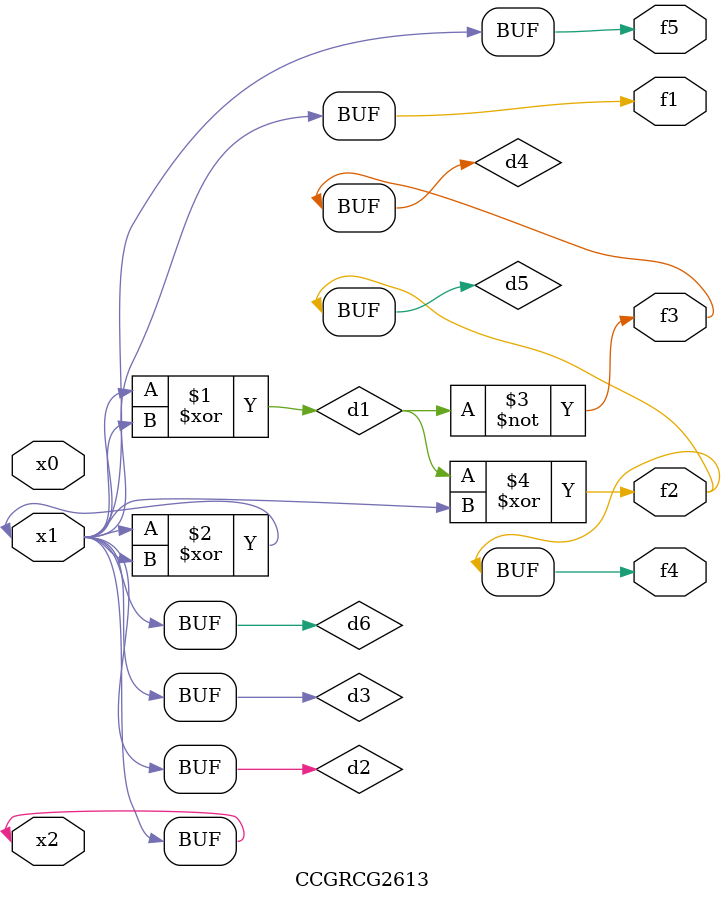
<source format=v>
module CCGRCG2613(
	input x0, x1, x2,
	output f1, f2, f3, f4, f5
);

	wire d1, d2, d3, d4, d5, d6;

	xor (d1, x1, x2);
	buf (d2, x1, x2);
	xor (d3, x1, x2);
	nor (d4, d1);
	xor (d5, d1, d2);
	buf (d6, d2, d3);
	assign f1 = d6;
	assign f2 = d5;
	assign f3 = d4;
	assign f4 = d5;
	assign f5 = d6;
endmodule

</source>
